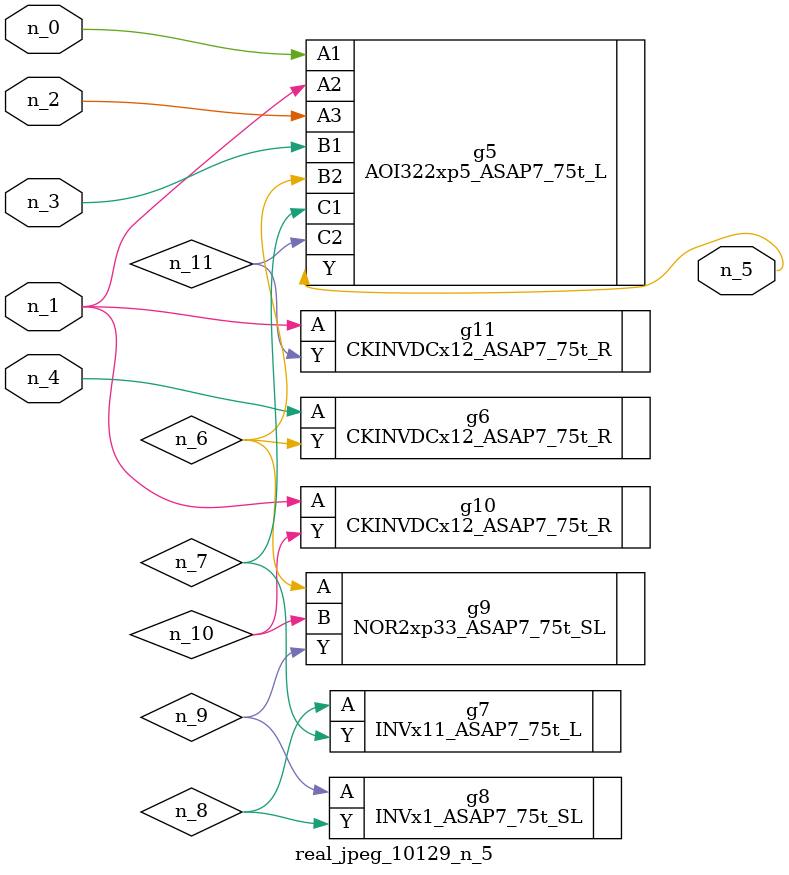
<source format=v>
module real_jpeg_10129_n_5 (n_4, n_0, n_1, n_2, n_3, n_5);

input n_4;
input n_0;
input n_1;
input n_2;
input n_3;

output n_5;

wire n_8;
wire n_11;
wire n_6;
wire n_7;
wire n_10;
wire n_9;

AOI322xp5_ASAP7_75t_L g5 ( 
.A1(n_0),
.A2(n_1),
.A3(n_2),
.B1(n_3),
.B2(n_6),
.C1(n_7),
.C2(n_11),
.Y(n_5)
);

CKINVDCx12_ASAP7_75t_R g10 ( 
.A(n_1),
.Y(n_10)
);

CKINVDCx12_ASAP7_75t_R g11 ( 
.A(n_1),
.Y(n_11)
);

CKINVDCx12_ASAP7_75t_R g6 ( 
.A(n_4),
.Y(n_6)
);

NOR2xp33_ASAP7_75t_SL g9 ( 
.A(n_6),
.B(n_10),
.Y(n_9)
);

INVx11_ASAP7_75t_L g7 ( 
.A(n_8),
.Y(n_7)
);

INVx1_ASAP7_75t_SL g8 ( 
.A(n_9),
.Y(n_8)
);


endmodule
</source>
